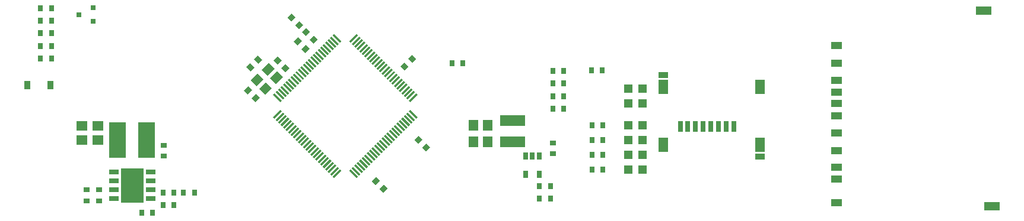
<source format=gbr>
G04 #@! TF.FileFunction,Paste,Top*
%FSLAX46Y46*%
G04 Gerber Fmt 4.6, Leading zero omitted, Abs format (unit mm)*
G04 Created by KiCad (PCBNEW 4.0.4+e1-6308~48~ubuntu16.04.1-stable) date Wed Oct  5 10:15:14 2016*
%MOMM*%
%LPD*%
G01*
G04 APERTURE LIST*
%ADD10C,0.100000*%
%ADD11R,1.350000X0.750000*%
%ADD12R,3.200000X4.900000*%
%ADD13R,2.350000X5.100000*%
%ADD14R,0.800000X1.500000*%
%ADD15R,1.450000X2.000000*%
%ADD16R,1.450000X0.900000*%
%ADD17R,0.800100X0.800100*%
%ADD18R,1.500000X1.400000*%
%ADD19R,1.400000X1.500000*%
%ADD20R,0.787000X0.864000*%
%ADD21R,0.864000X0.787000*%
%ADD22R,0.700000X1.000000*%
%ADD23R,3.600000X1.500000*%
%ADD24R,0.910000X1.220000*%
%ADD25R,1.198880X1.198880*%
%ADD26R,1.500000X1.000000*%
%ADD27R,2.200000X1.200000*%
G04 APERTURE END LIST*
D10*
D11*
X81975000Y-99495000D03*
X81975000Y-100765000D03*
X81975000Y-102035000D03*
X81975000Y-103305000D03*
X87225000Y-103305000D03*
X87225000Y-102035000D03*
X87225000Y-100765000D03*
X87225000Y-99495000D03*
D12*
X84600000Y-101400000D03*
D13*
X86675000Y-94900000D03*
X82525000Y-94900000D03*
D14*
X170500000Y-92950000D03*
X169400000Y-92950000D03*
X168300000Y-92950000D03*
X167200000Y-92950000D03*
X166100000Y-92950000D03*
X165000000Y-92950000D03*
X163900000Y-92950000D03*
X162800000Y-92950000D03*
D15*
X160425000Y-87250000D03*
X174175000Y-87250000D03*
X160425000Y-95550000D03*
X174175000Y-95550000D03*
D16*
X174175000Y-97250000D03*
X160425000Y-85550000D03*
D17*
X79000760Y-77850000D03*
X79000760Y-75950000D03*
X77001780Y-76900000D03*
D10*
G36*
X113161522Y-79888373D02*
X113373654Y-79676241D01*
X114434314Y-80736901D01*
X114222182Y-80949033D01*
X113161522Y-79888373D01*
X113161522Y-79888373D01*
G37*
G36*
X112807969Y-80241926D02*
X113020101Y-80029794D01*
X114080761Y-81090454D01*
X113868629Y-81302586D01*
X112807969Y-80241926D01*
X112807969Y-80241926D01*
G37*
G36*
X112454416Y-80595480D02*
X112666548Y-80383348D01*
X113727208Y-81444008D01*
X113515076Y-81656140D01*
X112454416Y-80595480D01*
X112454416Y-80595480D01*
G37*
G36*
X112100862Y-80949033D02*
X112312994Y-80736901D01*
X113373654Y-81797561D01*
X113161522Y-82009693D01*
X112100862Y-80949033D01*
X112100862Y-80949033D01*
G37*
G36*
X111747309Y-81302587D02*
X111959441Y-81090455D01*
X113020101Y-82151115D01*
X112807969Y-82363247D01*
X111747309Y-81302587D01*
X111747309Y-81302587D01*
G37*
G36*
X111393756Y-81656140D02*
X111605888Y-81444008D01*
X112666548Y-82504668D01*
X112454416Y-82716800D01*
X111393756Y-81656140D01*
X111393756Y-81656140D01*
G37*
G36*
X111040202Y-82009693D02*
X111252334Y-81797561D01*
X112312994Y-82858221D01*
X112100862Y-83070353D01*
X111040202Y-82009693D01*
X111040202Y-82009693D01*
G37*
G36*
X110686649Y-82363247D02*
X110898781Y-82151115D01*
X111959441Y-83211775D01*
X111747309Y-83423907D01*
X110686649Y-82363247D01*
X110686649Y-82363247D01*
G37*
G36*
X110333095Y-82716800D02*
X110545227Y-82504668D01*
X111605887Y-83565328D01*
X111393755Y-83777460D01*
X110333095Y-82716800D01*
X110333095Y-82716800D01*
G37*
G36*
X109979542Y-83070354D02*
X110191674Y-82858222D01*
X111252334Y-83918882D01*
X111040202Y-84131014D01*
X109979542Y-83070354D01*
X109979542Y-83070354D01*
G37*
G36*
X109625989Y-83423907D02*
X109838121Y-83211775D01*
X110898781Y-84272435D01*
X110686649Y-84484567D01*
X109625989Y-83423907D01*
X109625989Y-83423907D01*
G37*
G36*
X109272435Y-83777460D02*
X109484567Y-83565328D01*
X110545227Y-84625988D01*
X110333095Y-84838120D01*
X109272435Y-83777460D01*
X109272435Y-83777460D01*
G37*
G36*
X108918882Y-84131014D02*
X109131014Y-83918882D01*
X110191674Y-84979542D01*
X109979542Y-85191674D01*
X108918882Y-84131014D01*
X108918882Y-84131014D01*
G37*
G36*
X108565328Y-84484567D02*
X108777460Y-84272435D01*
X109838120Y-85333095D01*
X109625988Y-85545227D01*
X108565328Y-84484567D01*
X108565328Y-84484567D01*
G37*
G36*
X108211775Y-84838121D02*
X108423907Y-84625989D01*
X109484567Y-85686649D01*
X109272435Y-85898781D01*
X108211775Y-84838121D01*
X108211775Y-84838121D01*
G37*
G36*
X107858222Y-85191674D02*
X108070354Y-84979542D01*
X109131014Y-86040202D01*
X108918882Y-86252334D01*
X107858222Y-85191674D01*
X107858222Y-85191674D01*
G37*
G36*
X107504668Y-85545227D02*
X107716800Y-85333095D01*
X108777460Y-86393755D01*
X108565328Y-86605887D01*
X107504668Y-85545227D01*
X107504668Y-85545227D01*
G37*
G36*
X107151115Y-85898781D02*
X107363247Y-85686649D01*
X108423907Y-86747309D01*
X108211775Y-86959441D01*
X107151115Y-85898781D01*
X107151115Y-85898781D01*
G37*
G36*
X106797561Y-86252334D02*
X107009693Y-86040202D01*
X108070353Y-87100862D01*
X107858221Y-87312994D01*
X106797561Y-86252334D01*
X106797561Y-86252334D01*
G37*
G36*
X106444008Y-86605888D02*
X106656140Y-86393756D01*
X107716800Y-87454416D01*
X107504668Y-87666548D01*
X106444008Y-86605888D01*
X106444008Y-86605888D01*
G37*
G36*
X106090455Y-86959441D02*
X106302587Y-86747309D01*
X107363247Y-87807969D01*
X107151115Y-88020101D01*
X106090455Y-86959441D01*
X106090455Y-86959441D01*
G37*
G36*
X105736901Y-87312994D02*
X105949033Y-87100862D01*
X107009693Y-88161522D01*
X106797561Y-88373654D01*
X105736901Y-87312994D01*
X105736901Y-87312994D01*
G37*
G36*
X105383348Y-87666548D02*
X105595480Y-87454416D01*
X106656140Y-88515076D01*
X106444008Y-88727208D01*
X105383348Y-87666548D01*
X105383348Y-87666548D01*
G37*
G36*
X105029794Y-88020101D02*
X105241926Y-87807969D01*
X106302586Y-88868629D01*
X106090454Y-89080761D01*
X105029794Y-88020101D01*
X105029794Y-88020101D01*
G37*
G36*
X104676241Y-88373654D02*
X104888373Y-88161522D01*
X105949033Y-89222182D01*
X105736901Y-89434314D01*
X104676241Y-88373654D01*
X104676241Y-88373654D01*
G37*
G36*
X104888373Y-91838478D02*
X104676241Y-91626346D01*
X105736901Y-90565686D01*
X105949033Y-90777818D01*
X104888373Y-91838478D01*
X104888373Y-91838478D01*
G37*
G36*
X105241926Y-92192031D02*
X105029794Y-91979899D01*
X106090454Y-90919239D01*
X106302586Y-91131371D01*
X105241926Y-92192031D01*
X105241926Y-92192031D01*
G37*
G36*
X105595480Y-92545584D02*
X105383348Y-92333452D01*
X106444008Y-91272792D01*
X106656140Y-91484924D01*
X105595480Y-92545584D01*
X105595480Y-92545584D01*
G37*
G36*
X105949033Y-92899138D02*
X105736901Y-92687006D01*
X106797561Y-91626346D01*
X107009693Y-91838478D01*
X105949033Y-92899138D01*
X105949033Y-92899138D01*
G37*
G36*
X106302587Y-93252691D02*
X106090455Y-93040559D01*
X107151115Y-91979899D01*
X107363247Y-92192031D01*
X106302587Y-93252691D01*
X106302587Y-93252691D01*
G37*
G36*
X106656140Y-93606244D02*
X106444008Y-93394112D01*
X107504668Y-92333452D01*
X107716800Y-92545584D01*
X106656140Y-93606244D01*
X106656140Y-93606244D01*
G37*
G36*
X107009693Y-93959798D02*
X106797561Y-93747666D01*
X107858221Y-92687006D01*
X108070353Y-92899138D01*
X107009693Y-93959798D01*
X107009693Y-93959798D01*
G37*
G36*
X107363247Y-94313351D02*
X107151115Y-94101219D01*
X108211775Y-93040559D01*
X108423907Y-93252691D01*
X107363247Y-94313351D01*
X107363247Y-94313351D01*
G37*
G36*
X107716800Y-94666905D02*
X107504668Y-94454773D01*
X108565328Y-93394113D01*
X108777460Y-93606245D01*
X107716800Y-94666905D01*
X107716800Y-94666905D01*
G37*
G36*
X108070354Y-95020458D02*
X107858222Y-94808326D01*
X108918882Y-93747666D01*
X109131014Y-93959798D01*
X108070354Y-95020458D01*
X108070354Y-95020458D01*
G37*
G36*
X108423907Y-95374011D02*
X108211775Y-95161879D01*
X109272435Y-94101219D01*
X109484567Y-94313351D01*
X108423907Y-95374011D01*
X108423907Y-95374011D01*
G37*
G36*
X108777460Y-95727565D02*
X108565328Y-95515433D01*
X109625988Y-94454773D01*
X109838120Y-94666905D01*
X108777460Y-95727565D01*
X108777460Y-95727565D01*
G37*
G36*
X109131014Y-96081118D02*
X108918882Y-95868986D01*
X109979542Y-94808326D01*
X110191674Y-95020458D01*
X109131014Y-96081118D01*
X109131014Y-96081118D01*
G37*
G36*
X109484567Y-96434672D02*
X109272435Y-96222540D01*
X110333095Y-95161880D01*
X110545227Y-95374012D01*
X109484567Y-96434672D01*
X109484567Y-96434672D01*
G37*
G36*
X109838121Y-96788225D02*
X109625989Y-96576093D01*
X110686649Y-95515433D01*
X110898781Y-95727565D01*
X109838121Y-96788225D01*
X109838121Y-96788225D01*
G37*
G36*
X110191674Y-97141778D02*
X109979542Y-96929646D01*
X111040202Y-95868986D01*
X111252334Y-96081118D01*
X110191674Y-97141778D01*
X110191674Y-97141778D01*
G37*
G36*
X110545227Y-97495332D02*
X110333095Y-97283200D01*
X111393755Y-96222540D01*
X111605887Y-96434672D01*
X110545227Y-97495332D01*
X110545227Y-97495332D01*
G37*
G36*
X110898781Y-97848885D02*
X110686649Y-97636753D01*
X111747309Y-96576093D01*
X111959441Y-96788225D01*
X110898781Y-97848885D01*
X110898781Y-97848885D01*
G37*
G36*
X111252334Y-98202439D02*
X111040202Y-97990307D01*
X112100862Y-96929647D01*
X112312994Y-97141779D01*
X111252334Y-98202439D01*
X111252334Y-98202439D01*
G37*
G36*
X111605888Y-98555992D02*
X111393756Y-98343860D01*
X112454416Y-97283200D01*
X112666548Y-97495332D01*
X111605888Y-98555992D01*
X111605888Y-98555992D01*
G37*
G36*
X111959441Y-98909545D02*
X111747309Y-98697413D01*
X112807969Y-97636753D01*
X113020101Y-97848885D01*
X111959441Y-98909545D01*
X111959441Y-98909545D01*
G37*
G36*
X112312994Y-99263099D02*
X112100862Y-99050967D01*
X113161522Y-97990307D01*
X113373654Y-98202439D01*
X112312994Y-99263099D01*
X112312994Y-99263099D01*
G37*
G36*
X112666548Y-99616652D02*
X112454416Y-99404520D01*
X113515076Y-98343860D01*
X113727208Y-98555992D01*
X112666548Y-99616652D01*
X112666548Y-99616652D01*
G37*
G36*
X113020101Y-99970206D02*
X112807969Y-99758074D01*
X113868629Y-98697414D01*
X114080761Y-98909546D01*
X113020101Y-99970206D01*
X113020101Y-99970206D01*
G37*
G36*
X113373654Y-100323759D02*
X113161522Y-100111627D01*
X114222182Y-99050967D01*
X114434314Y-99263099D01*
X113373654Y-100323759D01*
X113373654Y-100323759D01*
G37*
G36*
X115565686Y-99263099D02*
X115777818Y-99050967D01*
X116838478Y-100111627D01*
X116626346Y-100323759D01*
X115565686Y-99263099D01*
X115565686Y-99263099D01*
G37*
G36*
X115919239Y-98909546D02*
X116131371Y-98697414D01*
X117192031Y-99758074D01*
X116979899Y-99970206D01*
X115919239Y-98909546D01*
X115919239Y-98909546D01*
G37*
G36*
X116272792Y-98555992D02*
X116484924Y-98343860D01*
X117545584Y-99404520D01*
X117333452Y-99616652D01*
X116272792Y-98555992D01*
X116272792Y-98555992D01*
G37*
G36*
X116626346Y-98202439D02*
X116838478Y-97990307D01*
X117899138Y-99050967D01*
X117687006Y-99263099D01*
X116626346Y-98202439D01*
X116626346Y-98202439D01*
G37*
G36*
X116979899Y-97848885D02*
X117192031Y-97636753D01*
X118252691Y-98697413D01*
X118040559Y-98909545D01*
X116979899Y-97848885D01*
X116979899Y-97848885D01*
G37*
G36*
X117333452Y-97495332D02*
X117545584Y-97283200D01*
X118606244Y-98343860D01*
X118394112Y-98555992D01*
X117333452Y-97495332D01*
X117333452Y-97495332D01*
G37*
G36*
X117687006Y-97141779D02*
X117899138Y-96929647D01*
X118959798Y-97990307D01*
X118747666Y-98202439D01*
X117687006Y-97141779D01*
X117687006Y-97141779D01*
G37*
G36*
X118040559Y-96788225D02*
X118252691Y-96576093D01*
X119313351Y-97636753D01*
X119101219Y-97848885D01*
X118040559Y-96788225D01*
X118040559Y-96788225D01*
G37*
G36*
X118394113Y-96434672D02*
X118606245Y-96222540D01*
X119666905Y-97283200D01*
X119454773Y-97495332D01*
X118394113Y-96434672D01*
X118394113Y-96434672D01*
G37*
G36*
X118747666Y-96081118D02*
X118959798Y-95868986D01*
X120020458Y-96929646D01*
X119808326Y-97141778D01*
X118747666Y-96081118D01*
X118747666Y-96081118D01*
G37*
G36*
X119101219Y-95727565D02*
X119313351Y-95515433D01*
X120374011Y-96576093D01*
X120161879Y-96788225D01*
X119101219Y-95727565D01*
X119101219Y-95727565D01*
G37*
G36*
X119454773Y-95374012D02*
X119666905Y-95161880D01*
X120727565Y-96222540D01*
X120515433Y-96434672D01*
X119454773Y-95374012D01*
X119454773Y-95374012D01*
G37*
G36*
X119808326Y-95020458D02*
X120020458Y-94808326D01*
X121081118Y-95868986D01*
X120868986Y-96081118D01*
X119808326Y-95020458D01*
X119808326Y-95020458D01*
G37*
G36*
X120161880Y-94666905D02*
X120374012Y-94454773D01*
X121434672Y-95515433D01*
X121222540Y-95727565D01*
X120161880Y-94666905D01*
X120161880Y-94666905D01*
G37*
G36*
X120515433Y-94313351D02*
X120727565Y-94101219D01*
X121788225Y-95161879D01*
X121576093Y-95374011D01*
X120515433Y-94313351D01*
X120515433Y-94313351D01*
G37*
G36*
X120868986Y-93959798D02*
X121081118Y-93747666D01*
X122141778Y-94808326D01*
X121929646Y-95020458D01*
X120868986Y-93959798D01*
X120868986Y-93959798D01*
G37*
G36*
X121222540Y-93606245D02*
X121434672Y-93394113D01*
X122495332Y-94454773D01*
X122283200Y-94666905D01*
X121222540Y-93606245D01*
X121222540Y-93606245D01*
G37*
G36*
X121576093Y-93252691D02*
X121788225Y-93040559D01*
X122848885Y-94101219D01*
X122636753Y-94313351D01*
X121576093Y-93252691D01*
X121576093Y-93252691D01*
G37*
G36*
X121929647Y-92899138D02*
X122141779Y-92687006D01*
X123202439Y-93747666D01*
X122990307Y-93959798D01*
X121929647Y-92899138D01*
X121929647Y-92899138D01*
G37*
G36*
X122283200Y-92545584D02*
X122495332Y-92333452D01*
X123555992Y-93394112D01*
X123343860Y-93606244D01*
X122283200Y-92545584D01*
X122283200Y-92545584D01*
G37*
G36*
X122636753Y-92192031D02*
X122848885Y-91979899D01*
X123909545Y-93040559D01*
X123697413Y-93252691D01*
X122636753Y-92192031D01*
X122636753Y-92192031D01*
G37*
G36*
X122990307Y-91838478D02*
X123202439Y-91626346D01*
X124263099Y-92687006D01*
X124050967Y-92899138D01*
X122990307Y-91838478D01*
X122990307Y-91838478D01*
G37*
G36*
X123343860Y-91484924D02*
X123555992Y-91272792D01*
X124616652Y-92333452D01*
X124404520Y-92545584D01*
X123343860Y-91484924D01*
X123343860Y-91484924D01*
G37*
G36*
X123697414Y-91131371D02*
X123909546Y-90919239D01*
X124970206Y-91979899D01*
X124758074Y-92192031D01*
X123697414Y-91131371D01*
X123697414Y-91131371D01*
G37*
G36*
X124050967Y-90777818D02*
X124263099Y-90565686D01*
X125323759Y-91626346D01*
X125111627Y-91838478D01*
X124050967Y-90777818D01*
X124050967Y-90777818D01*
G37*
G36*
X124263099Y-89434314D02*
X124050967Y-89222182D01*
X125111627Y-88161522D01*
X125323759Y-88373654D01*
X124263099Y-89434314D01*
X124263099Y-89434314D01*
G37*
G36*
X123909546Y-89080761D02*
X123697414Y-88868629D01*
X124758074Y-87807969D01*
X124970206Y-88020101D01*
X123909546Y-89080761D01*
X123909546Y-89080761D01*
G37*
G36*
X123555992Y-88727208D02*
X123343860Y-88515076D01*
X124404520Y-87454416D01*
X124616652Y-87666548D01*
X123555992Y-88727208D01*
X123555992Y-88727208D01*
G37*
G36*
X123202439Y-88373654D02*
X122990307Y-88161522D01*
X124050967Y-87100862D01*
X124263099Y-87312994D01*
X123202439Y-88373654D01*
X123202439Y-88373654D01*
G37*
G36*
X122848885Y-88020101D02*
X122636753Y-87807969D01*
X123697413Y-86747309D01*
X123909545Y-86959441D01*
X122848885Y-88020101D01*
X122848885Y-88020101D01*
G37*
G36*
X122495332Y-87666548D02*
X122283200Y-87454416D01*
X123343860Y-86393756D01*
X123555992Y-86605888D01*
X122495332Y-87666548D01*
X122495332Y-87666548D01*
G37*
G36*
X122141779Y-87312994D02*
X121929647Y-87100862D01*
X122990307Y-86040202D01*
X123202439Y-86252334D01*
X122141779Y-87312994D01*
X122141779Y-87312994D01*
G37*
G36*
X121788225Y-86959441D02*
X121576093Y-86747309D01*
X122636753Y-85686649D01*
X122848885Y-85898781D01*
X121788225Y-86959441D01*
X121788225Y-86959441D01*
G37*
G36*
X121434672Y-86605887D02*
X121222540Y-86393755D01*
X122283200Y-85333095D01*
X122495332Y-85545227D01*
X121434672Y-86605887D01*
X121434672Y-86605887D01*
G37*
G36*
X121081118Y-86252334D02*
X120868986Y-86040202D01*
X121929646Y-84979542D01*
X122141778Y-85191674D01*
X121081118Y-86252334D01*
X121081118Y-86252334D01*
G37*
G36*
X120727565Y-85898781D02*
X120515433Y-85686649D01*
X121576093Y-84625989D01*
X121788225Y-84838121D01*
X120727565Y-85898781D01*
X120727565Y-85898781D01*
G37*
G36*
X120374012Y-85545227D02*
X120161880Y-85333095D01*
X121222540Y-84272435D01*
X121434672Y-84484567D01*
X120374012Y-85545227D01*
X120374012Y-85545227D01*
G37*
G36*
X120020458Y-85191674D02*
X119808326Y-84979542D01*
X120868986Y-83918882D01*
X121081118Y-84131014D01*
X120020458Y-85191674D01*
X120020458Y-85191674D01*
G37*
G36*
X119666905Y-84838120D02*
X119454773Y-84625988D01*
X120515433Y-83565328D01*
X120727565Y-83777460D01*
X119666905Y-84838120D01*
X119666905Y-84838120D01*
G37*
G36*
X119313351Y-84484567D02*
X119101219Y-84272435D01*
X120161879Y-83211775D01*
X120374011Y-83423907D01*
X119313351Y-84484567D01*
X119313351Y-84484567D01*
G37*
G36*
X118959798Y-84131014D02*
X118747666Y-83918882D01*
X119808326Y-82858222D01*
X120020458Y-83070354D01*
X118959798Y-84131014D01*
X118959798Y-84131014D01*
G37*
G36*
X118606245Y-83777460D02*
X118394113Y-83565328D01*
X119454773Y-82504668D01*
X119666905Y-82716800D01*
X118606245Y-83777460D01*
X118606245Y-83777460D01*
G37*
G36*
X118252691Y-83423907D02*
X118040559Y-83211775D01*
X119101219Y-82151115D01*
X119313351Y-82363247D01*
X118252691Y-83423907D01*
X118252691Y-83423907D01*
G37*
G36*
X117899138Y-83070353D02*
X117687006Y-82858221D01*
X118747666Y-81797561D01*
X118959798Y-82009693D01*
X117899138Y-83070353D01*
X117899138Y-83070353D01*
G37*
G36*
X117545584Y-82716800D02*
X117333452Y-82504668D01*
X118394112Y-81444008D01*
X118606244Y-81656140D01*
X117545584Y-82716800D01*
X117545584Y-82716800D01*
G37*
G36*
X117192031Y-82363247D02*
X116979899Y-82151115D01*
X118040559Y-81090455D01*
X118252691Y-81302587D01*
X117192031Y-82363247D01*
X117192031Y-82363247D01*
G37*
G36*
X116838478Y-82009693D02*
X116626346Y-81797561D01*
X117687006Y-80736901D01*
X117899138Y-80949033D01*
X116838478Y-82009693D01*
X116838478Y-82009693D01*
G37*
G36*
X116484924Y-81656140D02*
X116272792Y-81444008D01*
X117333452Y-80383348D01*
X117545584Y-80595480D01*
X116484924Y-81656140D01*
X116484924Y-81656140D01*
G37*
G36*
X116131371Y-81302586D02*
X115919239Y-81090454D01*
X116979899Y-80029794D01*
X117192031Y-80241926D01*
X116131371Y-81302586D01*
X116131371Y-81302586D01*
G37*
G36*
X115777818Y-80949033D02*
X115565686Y-80736901D01*
X116626346Y-79676241D01*
X116838478Y-79888373D01*
X115777818Y-80949033D01*
X115777818Y-80949033D01*
G37*
D18*
X77400000Y-94925000D03*
X77400000Y-92875000D03*
X79700000Y-94925000D03*
X79700000Y-92875000D03*
D19*
X135325000Y-95100000D03*
X133275000Y-95100000D03*
X135325000Y-92800000D03*
X133275000Y-92800000D03*
D20*
X73074500Y-83200000D03*
X71525500Y-83200000D03*
X73074500Y-77800000D03*
X71525500Y-77800000D03*
D21*
X144600000Y-96874500D03*
X144600000Y-95325500D03*
D10*
G36*
X109006371Y-78395430D02*
X108395430Y-79006371D01*
X107838937Y-78449878D01*
X108449878Y-77838937D01*
X109006371Y-78395430D01*
X109006371Y-78395430D01*
G37*
G36*
X107911063Y-77300122D02*
X107300122Y-77911063D01*
X106743629Y-77354570D01*
X107354570Y-76743629D01*
X107911063Y-77300122D01*
X107911063Y-77300122D01*
G37*
G36*
X118768629Y-100779570D02*
X119379570Y-100168629D01*
X119936063Y-100725122D01*
X119325122Y-101336063D01*
X118768629Y-100779570D01*
X118768629Y-100779570D01*
G37*
G36*
X119863937Y-101874878D02*
X120474878Y-101263937D01*
X121031371Y-101820430D01*
X120420430Y-102431371D01*
X119863937Y-101874878D01*
X119863937Y-101874878D01*
G37*
G36*
X124868629Y-94879570D02*
X125479570Y-94268629D01*
X126036063Y-94825122D01*
X125425122Y-95436063D01*
X124868629Y-94879570D01*
X124868629Y-94879570D01*
G37*
G36*
X125963937Y-95974878D02*
X126574878Y-95363937D01*
X127131371Y-95920430D01*
X126520430Y-96531371D01*
X125963937Y-95974878D01*
X125963937Y-95974878D01*
G37*
G36*
X107031371Y-84520430D02*
X106420430Y-85131371D01*
X105863937Y-84574878D01*
X106474878Y-83963937D01*
X107031371Y-84520430D01*
X107031371Y-84520430D01*
G37*
G36*
X105936063Y-83425122D02*
X105325122Y-84036063D01*
X104768629Y-83479570D01*
X105379570Y-82868629D01*
X105936063Y-83425122D01*
X105936063Y-83425122D01*
G37*
G36*
X102831371Y-88820430D02*
X102220430Y-89431371D01*
X101663937Y-88874878D01*
X102274878Y-88263937D01*
X102831371Y-88820430D01*
X102831371Y-88820430D01*
G37*
G36*
X101736063Y-87725122D02*
X101125122Y-88336063D01*
X100568629Y-87779570D01*
X101179570Y-87168629D01*
X101736063Y-87725122D01*
X101736063Y-87725122D01*
G37*
G36*
X102520430Y-82768629D02*
X103131371Y-83379570D01*
X102574878Y-83936063D01*
X101963937Y-83325122D01*
X102520430Y-82768629D01*
X102520430Y-82768629D01*
G37*
G36*
X101425122Y-83863937D02*
X102036063Y-84474878D01*
X101479570Y-85031371D01*
X100868629Y-84420430D01*
X101425122Y-83863937D01*
X101425122Y-83863937D01*
G37*
G36*
X109931371Y-81795430D02*
X109320430Y-82406371D01*
X108763937Y-81849878D01*
X109374878Y-81238937D01*
X109931371Y-81795430D01*
X109931371Y-81795430D01*
G37*
G36*
X108836063Y-80700122D02*
X108225122Y-81311063D01*
X107668629Y-80754570D01*
X108279570Y-80143629D01*
X108836063Y-80700122D01*
X108836063Y-80700122D01*
G37*
G36*
X123479570Y-84931371D02*
X122868629Y-84320430D01*
X123425122Y-83763937D01*
X124036063Y-84374878D01*
X123479570Y-84931371D01*
X123479570Y-84931371D01*
G37*
G36*
X124574878Y-83836063D02*
X123963937Y-83225122D01*
X124520430Y-82668629D01*
X125131371Y-83279570D01*
X124574878Y-83836063D01*
X124574878Y-83836063D01*
G37*
D21*
X79900000Y-102025500D03*
X79900000Y-103574500D03*
X78100000Y-102025500D03*
X78100000Y-103574500D03*
D20*
X146174500Y-86800000D03*
X144625500Y-86800000D03*
X150125500Y-84900000D03*
X151674500Y-84900000D03*
X89025500Y-102400000D03*
X90574500Y-102400000D03*
D21*
X89100000Y-95625500D03*
X89100000Y-97174500D03*
D10*
G36*
X103552512Y-88398097D02*
X102703984Y-87549569D01*
X103693934Y-86559619D01*
X104542462Y-87408147D01*
X103552512Y-88398097D01*
X103552512Y-88398097D01*
G37*
G36*
X105108147Y-86842462D02*
X104259619Y-85993934D01*
X105249569Y-85003984D01*
X106098097Y-85852512D01*
X105108147Y-86842462D01*
X105108147Y-86842462D01*
G37*
G36*
X103906066Y-85640381D02*
X103057538Y-84791853D01*
X104047488Y-83801903D01*
X104896016Y-84650431D01*
X103906066Y-85640381D01*
X103906066Y-85640381D01*
G37*
G36*
X102350431Y-87196016D02*
X101501903Y-86347488D01*
X102491853Y-85357538D01*
X103340381Y-86206066D01*
X102350431Y-87196016D01*
X102350431Y-87196016D01*
G37*
D20*
X87474500Y-105300000D03*
X85925500Y-105300000D03*
X90574500Y-104200000D03*
X89025500Y-104200000D03*
X91925500Y-102400000D03*
X93474500Y-102400000D03*
X142725500Y-103300000D03*
X144274500Y-103300000D03*
X144274500Y-101500000D03*
X142725500Y-101500000D03*
X146174500Y-85000000D03*
X144625500Y-85000000D03*
X131774500Y-83900000D03*
X130225500Y-83900000D03*
X144625500Y-88600000D03*
X146174500Y-88600000D03*
X144625500Y-90400000D03*
X146174500Y-90400000D03*
X150225500Y-92800000D03*
X151774500Y-92800000D03*
X150225500Y-94900000D03*
X151774500Y-94900000D03*
X150225500Y-97000000D03*
X151774500Y-97000000D03*
X150225500Y-99100000D03*
X151774500Y-99100000D03*
X71525500Y-79600000D03*
X73074500Y-79600000D03*
X71525500Y-81400000D03*
X73074500Y-81400000D03*
D22*
X142650000Y-97200000D03*
X141700000Y-97200000D03*
X140750000Y-97200000D03*
X140750000Y-99800000D03*
X142650000Y-99800000D03*
D23*
X138900000Y-95125000D03*
X138900000Y-92075000D03*
D20*
X71525500Y-76000000D03*
X73074500Y-76000000D03*
D24*
X72935000Y-87000000D03*
X69665000Y-87000000D03*
D10*
G36*
X108793629Y-79429570D02*
X109404570Y-78818629D01*
X109961063Y-79375122D01*
X109350122Y-79986063D01*
X108793629Y-79429570D01*
X108793629Y-79429570D01*
G37*
G36*
X109888937Y-80524878D02*
X110499878Y-79913937D01*
X111056371Y-80470430D01*
X110445430Y-81081371D01*
X109888937Y-80524878D01*
X109888937Y-80524878D01*
G37*
D25*
X155350980Y-89600000D03*
X157449020Y-89600000D03*
X155350980Y-87500000D03*
X157449020Y-87500000D03*
X155350980Y-99100000D03*
X157449020Y-99100000D03*
X155350980Y-97000000D03*
X157449020Y-97000000D03*
X155350980Y-94900000D03*
X157449020Y-94900000D03*
X155350980Y-92800000D03*
X157449020Y-92800000D03*
D26*
X185100000Y-83875000D03*
X185100000Y-86375000D03*
X185100000Y-89675000D03*
X185100000Y-91375000D03*
X185100000Y-93875000D03*
X185100000Y-96375000D03*
X185100000Y-98800000D03*
X185100000Y-100500000D03*
X185100000Y-81375000D03*
X185100000Y-88025000D03*
X185100000Y-103850000D03*
D27*
X206100000Y-76350000D03*
X207300000Y-104350000D03*
M02*

</source>
